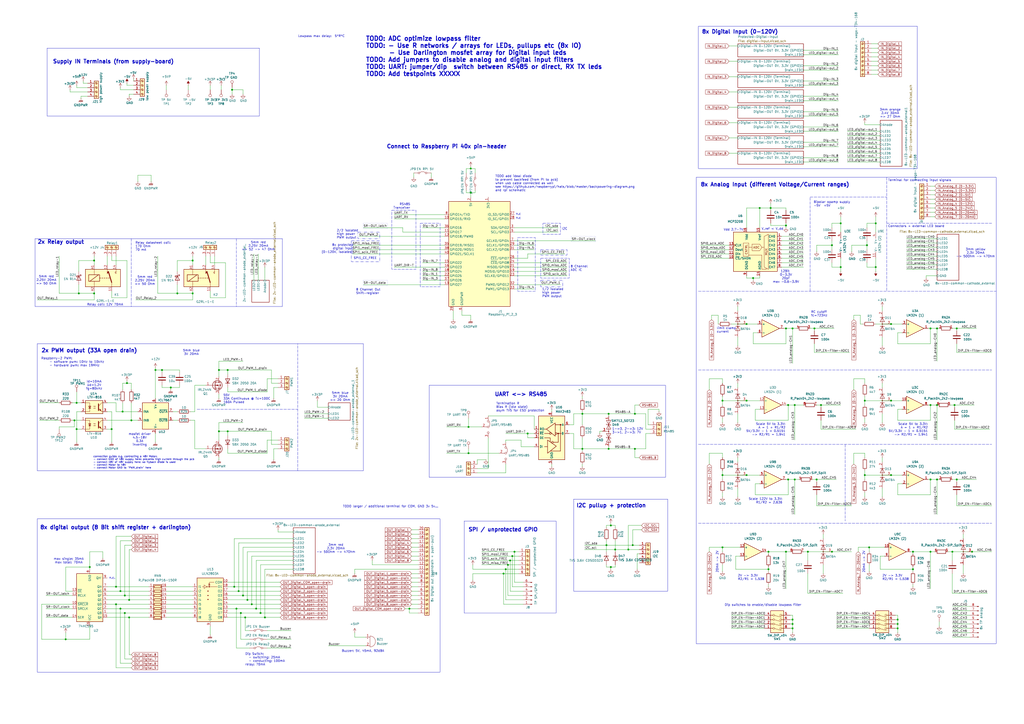
<source format=kicad_sch>
(kicad_sch
	(version 20231120)
	(generator "eeschema")
	(generator_version "8.0")
	(uuid "af4d11a6-73e1-4c39-a25e-5fe7dfa07237")
	(paper "A2")
	
	(junction
		(at 140.97 345.44)
		(diameter 0)
		(color 0 0 0 0)
		(uuid "01a8e618-7e14-4882-9136-a12536116a47")
	)
	(junction
		(at 237.49 353.06)
		(diameter 0)
		(color 0 0 0 0)
		(uuid "01c225b5-cd2c-42cd-9a9e-dd1eb69e7a46")
	)
	(junction
		(at 294.64 327.66)
		(diameter 0)
		(color 0 0 0 0)
		(uuid "05305efd-1dbd-4d1b-9814-028567a7094e")
	)
	(junction
		(at 137.16 353.06)
		(diameter 0)
		(color 0 0 0 0)
		(uuid "05eca1c0-0042-44d8-82a8-b1f48175c33d")
	)
	(junction
		(at 368.3 260.35)
		(diameter 0)
		(color 0 0 0 0)
		(uuid "06f335d7-63de-4572-a20a-022b6c7f93c9")
	)
	(junction
		(at 364.49 318.77)
		(diameter 0)
		(color 0 0 0 0)
		(uuid "072c8fc6-89d0-4715-8ea4-dd9134761f17")
	)
	(junction
		(at 351.79 316.23)
		(diameter 0)
		(color 0 0 0 0)
		(uuid "07823899-5798-4592-8eff-8b1fe5858f30")
	)
	(junction
		(at 71.12 238.76)
		(diameter 0)
		(color 0 0 0 0)
		(uuid "0eedc99b-ff42-4961-8286-6066dee5c8fe")
	)
	(junction
		(at 508 129.54)
		(diameter 0)
		(color 0 0 0 0)
		(uuid "0f3fa599-affa-44c6-8b85-24ce12db14ea")
	)
	(junction
		(at 67.31 340.36)
		(diameter 0)
		(color 0 0 0 0)
		(uuid "10026633-9ac7-4b72-aa53-10151f42da81")
	)
	(junction
		(at 64.77 248.92)
		(diameter 0)
		(color 0 0 0 0)
		(uuid "11580b8b-6675-41d3-b33d-e1ed958eda93")
	)
	(junction
		(at 153.67 358.14)
		(diameter 0)
		(color 0 0 0 0)
		(uuid "119c3b35-4b9f-4318-9220-02559deba15e")
	)
	(junction
		(at 73.66 222.25)
		(diameter 0)
		(color 0 0 0 0)
		(uuid "14ee932b-b4bf-415b-ab21-01e0b930417b")
	)
	(junction
		(at 516.89 232.41)
		(diameter 0)
		(color 0 0 0 0)
		(uuid "14fcd33f-6a27-4b5c-bd8a-16602ae94ce3")
	)
	(junction
		(at 353.06 240.03)
		(diameter 0)
		(color 0 0 0 0)
		(uuid "1827b75e-5515-4844-a399-117e6918fd73")
	)
	(junction
		(at 354.33 328.93)
		(diameter 0)
		(color 0 0 0 0)
		(uuid "1c476741-4a7f-44e7-a84a-5b0fc50d1df8")
	)
	(junction
		(at 487.68 154.94)
		(diameter 0)
		(color 0 0 0 0)
		(uuid "1f83392c-f6f4-4c47-92c7-6541609902a5")
	)
	(junction
		(at 508 154.94)
		(diameter 0)
		(color 0 0 0 0)
		(uuid "1ff1815a-ddb0-4907-bed1-18b8fe5665e3")
	)
	(junction
		(at 461.01 234.95)
		(diameter 0)
		(color 0 0 0 0)
		(uuid "209182a8-b4b9-40cd-b5b2-bd90b860e927")
	)
	(junction
		(at 54.61 151.13)
		(diameter 0)
		(color 0 0 0 0)
		(uuid "213f96fc-26d9-4cf1-83bd-f4336ef00b81")
	)
	(junction
		(at 102.87 170.18)
		(diameter 0)
		(color 0 0 0 0)
		(uuid "236f3f4e-76e9-4351-baf1-7665cdb427aa")
	)
	(junction
		(at 146.05 350.52)
		(diameter 0)
		(color 0 0 0 0)
		(uuid "24719f92-8210-4aa7-b4fb-885fcf560860")
	)
	(junction
		(at 127 214.63)
		(diameter 0)
		(color 0 0 0 0)
		(uuid "2a544a35-89e9-4403-a76e-deca404b0df4")
	)
	(junction
		(at 337.82 240.03)
		(diameter 0)
		(color 0 0 0 0)
		(uuid "2d47b40e-d23f-458b-8bda-f40f4a63d16c")
	)
	(junction
		(at 461.01 278.13)
		(diameter 0)
		(color 0 0 0 0)
		(uuid "2ec783c1-8b84-46a4-83e0-9e6bdd9d83e1")
	)
	(junction
		(at 419.1 275.59)
		(diameter 0)
		(color 0 0 0 0)
		(uuid "2f3e2706-66a2-4ddc-84d7-d0f87e408bee")
	)
	(junction
		(at 433.07 187.96)
		(diameter 0)
		(color 0 0 0 0)
		(uuid "322a1d28-d972-4b68-a81b-9e541f249074")
	)
	(junction
		(at 539.75 234.95)
		(diameter 0)
		(color 0 0 0 0)
		(uuid "3ae78f7f-94a6-4485-a6b5-d7ce73e1abef")
	)
	(junction
		(at 516.89 187.96)
		(diameter 0)
		(color 0 0 0 0)
		(uuid "3b4b0fd5-c991-4a1b-b89c-c6b2bfe001ca")
	)
	(junction
		(at 44.45 233.68)
		(diameter 0)
		(color 0 0 0 0)
		(uuid "3c610d6d-cd11-4e18-9d10-ffa22d04497a")
	)
	(junction
		(at 52.07 328.93)
		(diameter 0)
		(color 0 0 0 0)
		(uuid "3c754c5e-b249-46c4-9d05-9f550316aca5")
	)
	(junction
		(at 273.05 111.76)
		(diameter 0)
		(color 0 0 0 0)
		(uuid "401df33a-bfc8-4102-a832-13b9d72f27f9")
	)
	(junction
		(at 447.04 120.65)
		(diameter 0)
		(color 0 0 0 0)
		(uuid "42f8f2a2-d4f1-4f85-a7f3-af76fd15f334")
	)
	(junction
		(at 539.75 190.5)
		(diameter 0)
		(color 0 0 0 0)
		(uuid "4c28afa4-cb18-4457-bfd3-5c53dabd8baa")
	)
	(junction
		(at 67.31 350.52)
		(diameter 0)
		(color 0 0 0 0)
		(uuid "4dd49bce-72c0-4885-aaa1-4fc2ceee5ed9")
	)
	(junction
		(at 293.37 330.2)
		(diameter 0)
		(color 0 0 0 0)
		(uuid "4e253152-ce51-433a-bba8-8c16e7a62d28")
	)
	(junction
		(at 436.88 161.29)
		(diameter 0)
		(color 0 0 0 0)
		(uuid "4e57230f-aabe-47d0-b863-f2adc3d1ffe4")
	)
	(junction
		(at 554.99 278.13)
		(diameter 0)
		(color 0 0 0 0)
		(uuid "5350fbf4-d95b-437a-9686-20f0bf58d3a4")
	)
	(junction
		(at 356.87 318.77)
		(diameter 0)
		(color 0 0 0 0)
		(uuid "53d66afe-70cb-456e-9b1b-03e37a30427c")
	)
	(junction
		(at 539.75 278.13)
		(diameter 0)
		(color 0 0 0 0)
		(uuid "5453c15f-3da7-498f-b4d4-eefd4a32800e")
	)
	(junction
		(at 482.6 142.24)
		(diameter 0)
		(color 0 0 0 0)
		(uuid "55a82554-799d-4bb3-8181-718182c3900f")
	)
	(junction
		(at 501.65 232.41)
		(diameter 0)
		(color 0 0 0 0)
		(uuid "57a339c8-b411-45ff-a169-a3416d23d890")
	)
	(junction
		(at 111.76 170.18)
		(diameter 0)
		(color 0 0 0 0)
		(uuid "58641e9a-dfea-4a17-a599-d3f20704b922")
	)
	(junction
		(at 539.75 320.04)
		(diameter 0)
		(color 0 0 0 0)
		(uuid "5ebeab69-b597-43d2-ab3a-c72fec21131d")
	)
	(junction
		(at 504.19 317.5)
		(diameter 0)
		(color 0 0 0 0)
		(uuid "5fbe9979-8f7b-4932-9184-a4d03c15d4fe")
	)
	(junction
		(at 476.25 234.95)
		(diameter 0)
		(color 0 0 0 0)
		(uuid "5fd46808-879e-44b8-af18-96d3e87ab16f")
	)
	(junction
		(at 354.33 304.8)
		(diameter 0)
		(color 0 0 0 0)
		(uuid "60649139-4bdd-472e-9af5-360b27505cfe")
	)
	(junction
		(at 295.91 325.12)
		(diameter 0)
		(color 0 0 0 0)
		(uuid "64cc4205-6b81-48b6-affd-d8656f4e6bce")
	)
	(junction
		(at 529.59 320.04)
		(diameter 0)
		(color 0 0 0 0)
		(uuid "67352b46-f9e5-4f25-b773-3d42ff5e5699")
	)
	(junction
		(at 419.1 317.5)
		(diameter 0)
		(color 0 0 0 0)
		(uuid "6e2b59ba-643e-42d5-abe7-fae3afd30e18")
	)
	(junction
		(at 90.17 214.63)
		(diameter 0)
		(color 0 0 0 0)
		(uuid "6f8dae14-e5bb-4ed3-8136-992dd6b276bb")
	)
	(junction
		(at 440.69 120.65)
		(diameter 0)
		(color 0 0 0 0)
		(uuid "71c80c36-cea0-487c-bcb3-ac90e6cf6909")
	)
	(junction
		(at 501.65 275.59)
		(diameter 0)
		(color 0 0 0 0)
		(uuid "72cd6455-fb65-4b52-8421-80100f0ddc8f")
	)
	(junction
		(at 69.85 342.9)
		(diameter 0)
		(color 0 0 0 0)
		(uuid "751fb691-f4d4-4afb-8c99-237d44216e6a")
	)
	(junction
		(at 143.51 347.98)
		(diameter 0)
		(color 0 0 0 0)
		(uuid "75331210-328d-4b01-a051-ab734c1e4329")
	)
	(junction
		(at 455.93 130.81)
		(diameter 0)
		(color 0 0 0 0)
		(uuid "7b6a19d9-d84c-4ace-9ad2-e52657e5669a")
	)
	(junction
		(at 543.56 190.5)
		(diameter 0)
		(color 0 0 0 0)
		(uuid "7c4690e7-c7bf-4226-a178-dc9e53dc51ed")
	)
	(junction
		(at 445.77 320.04)
		(diameter 0)
		(color 0 0 0 0)
		(uuid "7eee6ae0-e862-4cf5-a20a-077da3b5824a")
	)
	(junction
		(at 38.1 370.84)
		(diameter 0)
		(color 0 0 0 0)
		(uuid "84b82d7c-5f92-4073-bceb-03310c6207ac")
	)
	(junction
		(at 472.44 190.5)
		(diameter 0)
		(color 0 0 0 0)
		(uuid "85be4b5b-1dd3-4429-a51f-714f415e4cb3")
	)
	(junction
		(at 516.89 275.59)
		(diameter 0)
		(color 0 0 0 0)
		(uuid "86f80d78-9680-4044-9ea8-382a544e1180")
	)
	(junction
		(at 306.07 251.46)
		(diameter 0)
		(color 0 0 0 0)
		(uuid "8ba0df70-00b9-477d-a1d9-09e132e0196c")
	)
	(junction
		(at 502.92 142.24)
		(diameter 0)
		(color 0 0 0 0)
		(uuid "8e2b91a7-a806-46dd-8017-558f66a7d5aa")
	)
	(junction
		(at 93.98 214.63)
		(diameter 0)
		(color 0 0 0 0)
		(uuid "900094c6-ad82-42ce-b9e4-bbff1fbd4f7d")
	)
	(junction
		(at 271.78 262.89)
		(diameter 0)
		(color 0 0 0 0)
		(uuid "98441d78-d77f-486a-92ea-3668d01ee127")
	)
	(junction
		(at 543.56 234.95)
		(diameter 0)
		(color 0 0 0 0)
		(uuid "9857da2e-fa86-4979-a30f-81191067da5a")
	)
	(junction
		(at 292.1 332.74)
		(diameter 0)
		(color 0 0 0 0)
		(uuid "9867b519-f5bd-4ee4-8781-727026525927")
	)
	(junction
		(at 459.74 359.41)
		(diameter 0)
		(color 0 0 0 0)
		(uuid "98c11e17-da75-489b-919d-abd5b90d75d6")
	)
	(junction
		(at 520.7 364.49)
		(diameter 0)
		(color 0 0 0 0)
		(uuid "9905ae76-43d5-46fd-ab04-63b3bd0b1c1a")
	)
	(junction
		(at 529.59 330.2)
		(diameter 0)
		(color 0 0 0 0)
		(uuid "9f9cd4a1-53b7-4b90-939d-1f42f0144daf")
	)
	(junction
		(at 72.39 345.44)
		(diameter 0)
		(color 0 0 0 0)
		(uuid "a02a0c35-7237-4690-930d-ae7d81a03d46")
	)
	(junction
		(at 433.07 275.59)
		(diameter 0)
		(color 0 0 0 0)
		(uuid "a0fb1850-0f46-4c36-b798-547b535c42df")
	)
	(junction
		(at 44.45 248.92)
		(diameter 0)
		(color 0 0 0 0)
		(uuid "a156600e-b17b-40ee-9338-2875dd6af119")
	)
	(junction
		(at 459.74 364.49)
		(diameter 0)
		(color 0 0 0 0)
		(uuid "a2aaf358-b70a-40ed-8891-c2b838783341")
	)
	(junction
		(at 543.56 278.13)
		(diameter 0)
		(color 0 0 0 0)
		(uuid "a647ae42-673a-4b30-ba91-f5c0de2d1fb1")
	)
	(junction
		(at 419.1 232.41)
		(diameter 0)
		(color 0 0 0 0)
		(uuid "a8916f2a-3760-4408-a711-e8008e50a42d")
	)
	(junction
		(at 473.71 278.13)
		(diameter 0)
		(color 0 0 0 0)
		(uuid "a8b20a5e-2fbe-4704-8e22-2faf27846df8")
	)
	(junction
		(at 553.72 234.95)
		(diameter 0)
		(color 0 0 0 0)
		(uuid "aad29792-d123-4844-9da8-1df2be24a9d5")
	)
	(junction
		(at 45.72 170.18)
		(diameter 0)
		(color 0 0 0 0)
		(uuid "ac1970be-fc9a-493a-b832-4f526b5d8a6f")
	)
	(junction
		(at 367.03 316.23)
		(diameter 0)
		(color 0 0 0 0)
		(uuid "ac4ac232-9a0f-4efe-bd40-aa7c1fcbaeed")
	)
	(junction
		(at 142.24 358.14)
		(diameter 0)
		(color 0 0 0 0)
		(uuid "b03b65c9-d63a-4b4e-b4bc-bfd5bb85047b")
	)
	(junction
		(at 134.62 52.07)
		(diameter 0)
		(color 0 0 0 0)
		(uuid "b1b4e282-b41e-4806-9700-a7c6fbc133b2")
	)
	(junction
		(at 138.43 342.9)
		(diameter 0)
		(color 0 0 0 0)
		(uuid "b2e04b3a-0203-4e9b-b5fb-44711c9651f5")
	)
	(junction
		(at 99.06 224.79)
		(diameter 0)
		(color 0 0 0 0)
		(uuid "b650fb0f-f91e-4bab-945c-20253961cf93")
	)
	(junction
		(at 368.3 240.03)
		(diameter 0)
		(color 0 0 0 0)
		(uuid "b75f83a7-ff43-422c-8aef-b23c65dc9f58")
	)
	(junction
		(at 433.07 232.41)
		(diameter 0)
		(color 0 0 0 0)
		(uuid "b8cbbf2c-6947-4c47-a76a-df98369a49e2")
	)
	(junction
		(at 445.77 330.2)
		(diameter 0)
		(color 0 0 0 0)
		(uuid "bc0e8895-a168-4b32-a3ae-032222041331")
	)
	(junction
		(at 273.05 97.79)
		(diameter 0)
		(color 0 0 0 0)
		(uuid "c141ea30-0a7b-45f8-a452-2c0244bcf9aa")
	)
	(junction
		(at 111.76 151.13)
		(diameter 0)
		(color 0 0 0 0)
		(uuid "c25e2208-2d4a-4a5d-b1b6-520bc7405c20")
	)
	(junction
		(at 72.39 355.6)
		(diameter 0)
		(color 0 0 0 0)
		(uuid "c2a7d60c-8406-4629-9f9f-20facc991908")
	)
	(junction
		(at 127 250.19)
		(diameter 0)
		(color 0 0 0 0)
		(uuid "c583ebaa-dbb1-42bf-9503-cd46d9d9c934")
	)
	(junction
		(at 468.63 320.04)
		(diameter 0)
		(color 0 0 0 0)
		(uuid "c6fd9455-a40f-495c-b522-dad68ccccb40")
	)
	(junction
		(at 69.85 353.06)
		(diameter 0)
		(color 0 0 0 0)
		(uuid "c7252f51-5593-44ea-9ef0-15644cb2b836")
	)
	(junction
		(at 482.6 320.04)
		(diameter 0)
		(color 0 0 0 0)
		(uuid "c7d2abe6-56ee-45d0-91ba-2bdad49697be")
	)
	(junction
		(at 554.99 190.5)
		(diameter 0)
		(color 0 0 0 0)
		(uuid "c9a1a788-271b-4313-91ac-1eb41a1be2d1")
	)
	(junction
		(at 74.93 347.98)
		(diameter 0)
		(color 0 0 0 0)
		(uuid "ca97fd06-a20b-4255-9402-c6f0775648c9")
	)
	(junction
		(at 563.88 320.04)
		(diameter 0)
		(color 0 0 0 0)
		(uuid "cb011434-a4b0-4556-a812-d331c49ca2c1")
	)
	(junction
		(at 297.18 322.58)
		(diameter 0)
		(color 0 0 0 0)
		(uuid "ccfc0193-cd4b-4bd1-9adb-8688e97bfa23")
	)
	(junction
		(at 151.13 355.6)
		(diameter 0)
		(color 0 0 0 0)
		(uuid "cdb7cae5-fc07-4bbc-8ee6-837fb3913bf1")
	)
	(junction
		(at 455.93 320.04)
		(diameter 0)
		(color 0 0 0 0)
		(uuid "d3002e4b-d3e1-40cc-9b8a-5d2c7334c6dd")
	)
	(junction
		(at 520.7 361.95)
		(diameter 0)
		(color 0 0 0 0)
		(uuid "d3c25f2f-519c-4e8a-bf2d-451e91de8263")
	)
	(junction
		(at 459.74 190.5)
		(diameter 0)
		(color 0 0 0 0)
		(uuid "d5958f52-db39-4d96-9f5c-46cc0e0a9c13")
	)
	(junction
		(at 353.06 260.35)
		(diameter 0)
		(color 0 0 0 0)
		(uuid "d5f0980c-b894-41c8-ad9a-99d84da95533")
	)
	(junction
		(at 132.08 250.19)
		(diameter 0)
		(color 0 0 0 0)
		(uuid "d7f6abff-a394-48b0-8295-d13e407a04cb")
	)
	(junction
		(at 487.68 129.54)
		(diameter 0)
		(color 0 0 0 0)
		(uuid "d8d7fb1f-bb4d-4c93-8aa7-905c20aefd85")
	)
	(junction
		(at 552.45 320.04)
		(diameter 0)
		(color 0 0 0 0)
		(uuid "dd672ca4-9aed-4510-a18a-eaf4c4b1b5b2")
	)
	(junction
		(at 298.45 320.04)
		(diameter 0)
		(color 0 0 0 0)
		(uuid "dd9c1b13-9084-449b-9bee-5e037521464a")
	)
	(junction
		(at 520.7 359.41)
		(diameter 0)
		(color 0 0 0 0)
		(uuid "df62cb63-19fa-46f2-9a5a-93a304b5a69d")
	)
	(junction
		(at 271.78 247.65)
		(diameter 0)
		(color 0 0 0 0)
		(uuid "df678c17-c7d1-407d-803a-c886081558ed")
	)
	(junction
		(at 457.2 234.95)
		(diameter 0)
		(color 0 0 0 0)
		(uuid "e06e2f01-d838-48f6-8efa-7e05b926ca29")
	)
	(junction
		(at 54.61 170.18)
		(diameter 0)
		(color 0 0 0 0)
		(uuid "e0fcc60c-adef-4503-b67d-31eec596d694")
	)
	(junction
		(at 148.59 353.06)
		(diameter 0)
		(color 0 0 0 0)
		(uuid "e3108376-7dad-4cc8-8861-63d384004879")
	)
	(junction
		(at 76.2 243.84)
		(diameter 0)
		(color 0 0 0 0)
		(uuid "e5b099e1-f557-4448-b3d0-b283fc211558")
	)
	(junction
		(at 135.89 340.36)
		(diameter 0)
		(color 0 0 0 0)
		(uuid "e5bd5461-5bb2-4b08-87c8-6e463ef8db0a")
	)
	(junction
		(at 132.08 214.63)
		(diameter 0)
		(color 0 0 0 0)
		(uuid "e8615103-e90c-4f75-b440-b8fad443ff1e")
	)
	(junction
		(at 43.18 243.84)
		(diameter 0)
		(color 0 0 0 0)
		(uuid "e888c988-fb5e-4161-b771-d1f510c9d0b9")
	)
	(junction
		(at 337.82 260.35)
		(diameter 0)
		(color 0 0 0 0)
		(uuid "ed02a82a-9a4c-446b-b18a-c2e77fed11fa")
	)
	(junction
		(at 457.2 278.13)
		(diameter 0)
		(color 0 0 0 0)
		(uuid "ef6c709f-f6a8-4332-b336-2fc745163133")
	)
	(junction
		(at 459.74 361.95)
		(diameter 0)
		(color 0 0 0 0)
		(uuid "f4dadaf2-7795-4ea6-a683-80336635a387")
	)
	(junction
		(at 139.7 355.6)
		(diameter 0)
		(color 0 0 0 0)
		(uuid "fae7fc45-5150-4de6-9de8-a36ec31aa312")
	)
	(junction
		(at 455.93 190.5)
		(diameter 0)
		(color 0 0 0 0)
		(uuid "fbce1fdb-db5b-4f19-bbb5-0a9c27bcbc89")
	)
	(junction
		(at 74.93 358.14)
		(diameter 0)
		(color 0 0 0 0)
		(uuid "fcfc1728-3653-4623-b7b5-a4e4cd6811ba")
	)
	(wire
		(pts
			(xy 455.93 129.54) (xy 455.93 130.81)
		)
		(stroke
			(width 0)
			(type default)
		)
		(uuid "0054231e-6c1c-4b62-a261-da803b448710")
	)
	(wire
		(pts
			(xy 491.49 78.74) (xy 510.54 78.74)
		)
		(stroke
			(width 0)
			(type default)
		)
		(uuid "0059a5bd-5d4e-41f1-b8bf-105e91bea211")
	)
	(wire
		(pts
			(xy 496.57 248.92) (xy 476.25 248.92)
		)
		(stroke
			(width 0)
			(type default)
		)
		(uuid "007352d0-4393-4d19-8efc-d51e28cb77e4")
	)
	(wire
		(pts
			(xy 238.76 320.04) (xy 242.57 320.04)
		)
		(stroke
			(width 0)
			(type default)
		)
		(uuid "00818073-0ff6-4df9-84ad-d009831f149e")
	)
	(wire
		(pts
			(xy 62.23 243.84) (xy 76.2 243.84)
		)
		(stroke
			(width 0)
			(type default)
		)
		(uuid "00912cef-7458-4250-9601-851325c17234")
	)
	(wire
		(pts
			(xy 62.23 233.68) (xy 67.31 233.68)
		)
		(stroke
			(width 0)
			(type default)
		)
		(uuid "00e44004-c513-4de5-a722-c1ec9c261caa")
	)
	(wire
		(pts
			(xy 419.1 327.66) (xy 419.1 331.47)
		)
		(stroke
			(width 0)
			(type default)
		)
		(uuid "00ef2f56-37bd-4ed0-aeb9-aa019bd24e2f")
	)
	(wire
		(pts
			(xy 139.7 370.84) (xy 139.7 355.6)
		)
		(stroke
			(width 0)
			(type default)
		)
		(uuid "00fdba94-28e0-4b7e-a3f6-8468a273182f")
	)
	(wire
		(pts
			(xy 553.72 234.95) (xy 553.72 236.22)
		)
		(stroke
			(width 0)
			(type default)
		)
		(uuid "01a5f7f5-381b-4726-8886-b420b25ccedd")
	)
	(wire
		(pts
			(xy 132.08 353.06) (xy 137.16 353.06)
		)
		(stroke
			(width 0)
			(type default)
		)
		(uuid "01f70877-5d35-4473-8154-b32633fb4439")
	)
	(wire
		(pts
			(xy 90.17 214.63) (xy 93.98 214.63)
		)
		(stroke
			(width 0)
			(type default)
		)
		(uuid "02432959-10b0-4f2a-af2d-7311d5fec00d")
	)
	(wire
		(pts
			(xy 486.41 31.75) (xy 466.09 31.75)
		)
		(stroke
			(width 0)
			(type default)
		)
		(uuid "025ad35c-64b0-47a8-a900-f118fd03ec35")
	)
	(wire
		(pts
			(xy 270.51 111.76) (xy 273.05 111.76)
		)
		(stroke
			(width 0)
			(type default)
		)
		(uuid "02629f80-2850-40af-b117-d301cbd2e1ca")
	)
	(wire
		(pts
			(xy 274.32 330.2) (xy 293.37 330.2)
		)
		(stroke
			(width 0)
			(type default)
		)
		(uuid "02a344d2-8b47-43f6-b628-b060a6ff1a34")
	)
	(wire
		(pts
			(xy 537.21 160.02) (xy 543.56 160.02)
		)
		(stroke
			(width 0)
			(type default)
		)
		(uuid "02ca2bcb-dc3d-41b8-b3bb-d6980a38a62d")
	)
	(wire
		(pts
			(xy 52.07 330.2) (xy 52.07 328.93)
		)
		(stroke
			(width 0)
			(type default)
		)
		(uuid "02caf3da-4dfe-464a-bed0-55c975aa32ca")
	)
	(wire
		(pts
			(xy 487.68 125.73) (xy 487.68 129.54)
		)
		(stroke
			(width 0)
			(type default)
		)
		(uuid "02dea10a-f229-486d-876a-a071096eeead")
	)
	(wire
		(pts
			(xy 245.11 152.4) (xy 257.81 152.4)
		)
		(stroke
			(width 0)
			(type default)
		)
		(uuid "02f927d2-46f0-4067-bb2c-7b5ed625f8eb")
	)
	(wire
		(pts
			(xy 157.48 250.19) (xy 157.48 257.81)
		)
		(stroke
			(width 0)
			(type default)
		)
		(uuid "030da04f-bb6a-49d5-a07a-b1ac13ef0d2c")
	)
	(wire
		(pts
			(xy 516.89 275.59) (xy 523.24 275.59)
		)
		(stroke
			(width 0)
			(type default)
		)
		(uuid "0402a363-6ddc-4245-b79d-651ce5e2b849")
	)
	(wire
		(pts
			(xy 457.2 234.95) (xy 461.01 234.95)
		)
		(stroke
			(width 0)
			(type default)
		)
		(uuid "04304b2e-0c68-4a14-bbe0-0e23cac30e94")
	)
	(wire
		(pts
			(xy 176.53 242.57) (xy 190.5 242.57)
		)
		(stroke
			(width 0)
			(type default)
		)
		(uuid "0441f777-da59-4d51-9ce1-7f52d2030a3b")
	)
	(wire
		(pts
			(xy 351.79 306.07) (xy 351.79 304.8)
		)
		(stroke
			(width 0)
			(type default)
		)
		(uuid "0445f1c5-cbd7-41f2-81d5-6122602375c6")
	)
	(wire
		(pts
			(xy 563.88 320.04) (xy 575.31 320.04)
		)
		(stroke
			(width 0)
			(type default)
		)
		(uuid "044788d0-021d-486d-a9d3-fdae59027b7a")
	)
	(polyline
		(pts
			(xy 114.3 237.49) (xy 172.72 237.49)
		)
		(stroke
			(width 0)
			(type dash)
		)
		(uuid "0562829c-78ed-418e-bf83-3ad41711062d")
	)
	(wire
		(pts
			(xy 73.66 151.13) (xy 73.66 172.72)
		)
		(stroke
			(width 0)
			(type default)
		)
		(uuid "05769be8-6486-49a6-96aa-282d535c7d39")
	)
	(wire
		(pts
			(xy 433.07 132.08) (xy 433.07 120.65)
		)
		(stroke
			(width 0)
			(type default)
		)
		(uuid "05c7cccb-cca5-4623-97c8-040d9b4df307")
	)
	(wire
		(pts
			(xy 67.31 340.36) (xy 86.36 340.36)
		)
		(stroke
			(width 0)
			(type default)
		)
		(uuid "060a1e46-185f-46d5-bb25-4b502bfab042")
	)
	(wire
		(pts
			(xy 453.39 137.16) (xy 466.09 137.16)
		)
		(stroke
			(width 0)
			(type default)
		)
		(uuid "068083fa-fce7-43b5-8463-4f98840e7a26")
	)
	(wire
		(pts
			(xy 73.66 172.72) (xy 64.77 172.72)
		)
		(stroke
			(width 0)
			(type default)
		)
		(uuid "06a1b25e-5913-4cbd-a6dc-df54f02c3062")
	)
	(wire
		(pts
			(xy 76.2 313.69) (xy 69.85 313.69)
		)
		(stroke
			(width 0)
			(type default)
		)
		(uuid "0768423a-ac1c-4f99-9532-7ef87789f549")
	)
	(wire
		(pts
			(xy 96.52 342.9) (xy 111.76 342.9)
		)
		(stroke
			(width 0)
			(type default)
		)
		(uuid "07df2798-ce49-4d2e-88d1-304e7370129e")
	)
	(wire
		(pts
			(xy 273.05 182.88) (xy 273.05 185.42)
		)
		(stroke
			(width 0)
			(type default)
		)
		(uuid "07f79494-8767-4e73-b134-542e489a4daa")
	)
	(wire
		(pts
			(xy 511.81 265.43) (xy 511.81 267.97)
		)
		(stroke
			(width 0)
			(type default)
		)
		(uuid "086ffce1-bece-47de-afff-a5272daa684c")
	)
	(wire
		(pts
			(xy 543.56 278.13) (xy 544.83 278.13)
		)
		(stroke
			(width 0)
			(type default)
		)
		(uuid "08d4afc6-7a52-4c48-90ea-de03339f3fec")
	)
	(wire
		(pts
			(xy 438.15 280.67) (xy 438.15 287.02)
		)
		(stroke
			(width 0)
			(type default)
		)
		(uuid "08da2754-5954-4cc6-88b7-c43418808a5f")
	)
	(wire
		(pts
			(xy 238.76 332.74) (xy 242.57 332.74)
		)
		(stroke
			(width 0)
			(type default)
		)
		(uuid "09105bff-0442-453e-b260-c98527da345d")
	)
	(wire
		(pts
			(xy 453.39 139.7) (xy 466.09 139.7)
		)
		(stroke
			(width 0)
			(type default)
		)
		(uuid "0932f8bf-1781-41f0-8075-3b7e84ddb5c7")
	)
	(wire
		(pts
			(xy 64.77 248.92) (xy 64.77 238.76)
		)
		(stroke
			(width 0)
			(type default)
		)
		(uuid "09c9e21f-8206-47ae-a9c8-c044bfbcae4a")
	)
	(wire
		(pts
			(xy 501.65 273.05) (xy 501.65 275.59)
		)
		(stroke
			(width 0)
			(type default)
		)
		(uuid "09d9a41a-af3c-4a91-ad4d-2c3b79cf9ec7")
	)
	(wire
		(pts
			(xy 52.07 363.22) (xy 52.07 370.84)
		)
		(stroke
			(width 0)
			(type default)
		)
		(uuid "0a051774-4cbb-4b66-bf37-8910fac947bb")
	)
	(wire
		(pts
			(xy 62.23 358.14) (xy 74.93 358.14)
		)
		(stroke
			(width 0)
			(type default)
		)
		(uuid "0aa33d96-2e44-4442-b63d-f8ede3d506ac")
	)
	(wire
		(pts
			(xy 375.92 237.49) (xy 375.92 246.38)
		)
		(stroke
			(width 0)
			(type default)
		)
		(uuid "0ac0da6d-7a79-4bb6-aac5-dbd7e02f6a35")
	)
	(wire
		(pts
			(xy 157.48 257.81) (xy 161.29 257.81)
		)
		(stroke
			(width 0)
			(type default)
		)
		(uuid "0af3e3f5-4871-4f0a-9b10-f4cd810203b5")
	)
	(wire
		(pts
			(xy 419.1 262.89) (xy 419.1 265.43)
		)
		(stroke
			(width 0)
			(type default)
		)
		(uuid "0b798a4e-ae38-46ca-9967-253a2656e0f1")
	)
	(wire
		(pts
			(xy 69.85 384.81) (xy 69.85 353.06)
		)
		(stroke
			(width 0)
			(type default)
		)
		(uuid "0d64bcbd-9b4c-4f6e-98d3-beab5b2606b6")
	)
	(wire
		(pts
			(xy 458.47 361.95) (xy 459.74 361.95)
		)
		(stroke
			(width 0)
			(type default)
		)
		(uuid "0ee3f252-7bb8-434b-aa8b-9caf2c52cf77")
	)
	(wire
		(pts
			(xy 501.65 232.41) (xy 501.65 234.95)
		)
		(stroke
			(width 0)
			(type default)
		)
		(uuid "0f4644b6-fa54-41ce-a769-bba1ac182829")
	)
	(wire
		(pts
			(xy 320.04 237.49) (xy 320.04 238.76)
		)
		(stroke
			(width 0)
			(type default)
		)
		(uuid "0fdad08b-4b60-4f92-976c-2a5e922013e0")
	)
	(wire
		(pts
			(xy 34.29 148.59) (xy 34.29 170.18)
		)
		(stroke
			(width 0)
			(type default)
		)
		(uuid "0fdb76a1-0d44-4ff6-a2d2-38a97251b0ec")
	)
	(wire
		(pts
			(xy 473.71 287.02) (xy 473.71 293.37)
		)
		(stroke
			(width 0)
			(type default)
		)
		(uuid "100c3ed1-15ce-439f-b56e-a20a33137ade")
	)
	(wire
		(pts
			(xy 495.3 262.89) (xy 501.65 262.89)
		)
		(stroke
			(width 0)
			(type default)
		)
		(uuid "10a6a44e-d783-4ce2-86b8-20bd8032d780")
	)
	(wire
		(pts
			(xy 245.11 160.02) (xy 257.81 160.02)
		)
		(stroke
			(width 0)
			(type default)
		)
		(uuid "10a757e5-89b9-4989-b591-35fa1e44e30a")
	)
	(wire
		(pts
			(xy 539.75 243.84) (xy 539.75 234.95)
		)
		(stroke
			(width 0)
			(type default)
		)
		(uuid "1103b789-e8a0-437b-b861-57f3bb0fe1fd")
	)
	(wire
		(pts
			(xy 298.45 142.24) (xy 309.88 142.24)
		)
		(stroke
			(width 0)
			(type default)
		)
		(uuid "119c66a0-9194-4112-8a35-c7ab420db9e3")
	)
	(wire
		(pts
			(xy 132.08 250.19) (xy 132.08 252.73)
		)
		(stroke
			(width 0)
			(type default)
		)
		(uuid "11c359c3-26fe-4117-8dcc-0f087608c0a4")
	)
	(wire
		(pts
			(xy 294.64 345.44) (xy 294.64 327.66)
		)
		(stroke
			(width 0)
			(type default)
		)
		(uuid "11f8a0d2-7aee-4fb7-9764-de5bab02a7b4")
	)
	(wire
		(pts
			(xy 351.79 328.93) (xy 354.33 328.93)
		)
		(stroke
			(width 0)
			(type default)
		)
		(uuid "120cdc1a-687e-4eba-afd7-f1b2efe76e94")
	)
	(wire
		(pts
			(xy 509.27 40.64) (xy 505.46 40.64)
		)
		(stroke
			(width 0)
			(type default)
		)
		(uuid "1238accc-b1f4-495d-9555-1773ffdde48b")
	)
	(wire
		(pts
			(xy 411.48 219.71) (xy 419.1 219.71)
		)
		(stroke
			(width 0)
			(type default)
		)
		(uuid "1257bc49-635e-40d2-adbc-efdb0b93d729")
	)
	(wire
		(pts
			(xy 215.9 325.12) (xy 215.9 327.66)
		)
		(stroke
			(width 0)
			(type default)
		)
		(uuid "128be43b-7a70-49a5-988a-1e04db604812")
	)
	(wire
		(pts
			(xy 26.67 358.14) (xy 41.91 358.14)
		)
		(stroke
			(width 0)
			(type default)
		)
		(uuid "12a983d3-1186-4ca8-a60c-5c45001d78ec")
	)
	(wire
		(pts
			(xy 306.07 251.46) (xy 309.88 251.46)
		)
		(stroke
			(width 0)
			(type default)
		)
		(uuid "12d77e0a-5dcd-4dd0-8d7e-2bd92b3f4f23")
	)
	(wire
		(pts
			(xy 509.27 25.4) (xy 505.46 25.4)
		)
		(stroke
			(width 0)
			(type default)
		)
		(uuid "131e9cc7-fe99-45a7-b73f-6d1a85fbc334")
	)
	(wire
		(pts
			(xy 22.86 233.68) (xy 34.29 2
... [486723 chars truncated]
</source>
